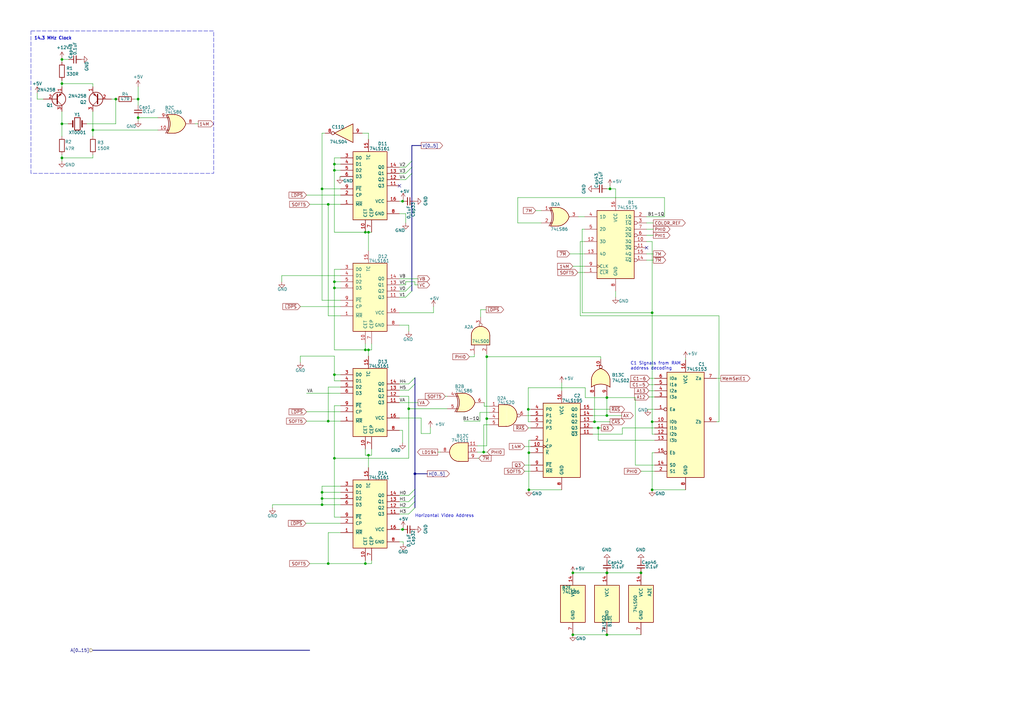
<source format=kicad_sch>
(kicad_sch (version 20230121) (generator eeschema)
  (paper "A3")
  (title_block (title "Apple II Schematic") (rev "0") (comment 1 "Captured from the Apple II Reference Manual (1979)") (comment 2 "Modified by reifsnyderb to Rev. 0 and compared w/Rev. 0 gerbers my M. Willegal."))
  (junction (at 25.4 24.384))
  (junction (at 199.644 171.704))
  (junction (at 216.662 167.894))
  (junction (at 151.13 186.69))
  (junction (at 165.1 82.55))
  (junction (at 267.462 172.974))
  (junction (at 250.19 77.47))
  (junction (at 137.16 153.67))
  (junction (at 167.64 167.64))
  (junction (at 149.86 231.14))
  (junction (at 25.4 50.8))
  (junction (at 198.374 185.42))
  (junction (at 165.1 217.17))
  (junction (at 248.92 163.068))
  (junction (at 137.16 187.96))
  (junction (at 245.364 175.514))
  (junction (at 38.1 53.34))
  (junction (at 132.08 77.47))
  (junction (at 134.62 83.82))
  (junction (at 149.86 95.25))
  (junction (at 248.92 234.95))
  (junction (at 248.92 260.35))
  (junction (at 248.92 170.434))
  (junction (at 137.16 67.31))
  (junction (at 234.95 260.35))
  (junction (at 151.13 95.25))
  (junction (at 134.62 231.14))
  (junction (at 132.08 207.01))
  (junction (at 234.95 234.95))
  (junction (at 132.08 201.93))
  (junction (at 149.86 143.51))
  (junction (at 262.89 234.95))
  (junction (at 243.84 172.974))
  (junction (at 132.08 204.47))
  (junction (at 137.16 118.11))
  (junction (at 216.916 185.674))
  (junction (at 151.13 143.51))
  (junction (at 56.642 40.64))
  (junction (at 25.4 64.77))
  (junction (at 248.9593 234.95))
  (junction (at 199.644 146.304))
  (junction (at 56.642 48.26))
  (junction (at 25.4 34.29))
  (junction (at 216.916 200.914))
  (junction (at 267.462 128.27))
  (junction (at 137.16 115.57))
  (junction (at 137.16 69.85))
  (junction (at 134.62 172.72))
  (junction (at 170.18 194.31))
  (junction (at 47.498 40.64))
  (junction (at 267.462 200.914))
  (no_connect (at 163.83 76.2))
  (no_connect (at 265.176 101.6))
  (bus_entry (at 166.37 73.66) (size 2.54 -2.54))
  (bus_entry (at 167.64 210.82) (size 2.54 -2.54))
  (bus_entry (at 170.18 154.94) (size -2.54 2.54))
  (bus_entry (at 166.37 68.58) (size 2.54 -2.54))
  (bus_entry (at 167.64 208.28) (size 2.54 -2.54))
  (bus_entry (at 166.37 119.38) (size 2.54 -2.54))
  (bus_entry (at 167.64 205.74) (size 2.54 -2.54))
  (bus_entry (at 170.18 157.48) (size -2.54 2.54))
  (bus_entry (at 168.91 68.58) (size -2.54 2.54))
  (bus_entry (at 167.64 203.2) (size 2.54 -2.54))
  (bus_entry (at 166.37 121.92) (size 2.54 -2.54))
  (wire (pts (xy 25.4 50.8) (xy 25.4 45.72)))
  (wire (pts (xy 230.378 200.914) (xy 216.916 200.914)))
  (wire (pts (xy 139.7 156.21) (xy 137.16 156.21)))
  (wire (pts (xy 137.16 69.85) (xy 137.16 95.25)))
  (wire (pts (xy 215.138 190.754) (xy 217.678 190.754)))
  (wire (pts (xy 237.236 88.9) (xy 239.776 88.9)))
  (wire (pts (xy 255.27 175.514) (xy 268.478 175.514)))
  (wire (pts (xy 196.85 169.164) (xy 196.85 172.72)))
  (bus (pts (xy 170.18 194.31) (xy 175.26 194.31)))
  (wire (pts (xy 139.446 72.644) (xy 139.446 72.39)))
  (wire (pts (xy 137.16 187.96) (xy 137.16 212.09)))
  (wire (pts (xy 134.62 172.72) (xy 139.7 172.72)))
  (wire (pts (xy 38.1 63.5) (xy 38.1 64.77)))
  (wire (pts (xy 248.92 162.56) (xy 248.92 163.068)))
  (wire (pts (xy 166.37 116.84) (xy 166.37 115.57)))
  (wire (pts (xy 212.344 81.026) (xy 212.344 91.44)))
  (wire (pts (xy 167.64 133.35) (xy 167.64 135.89)))
  (bus (pts (xy 38.1 266.7) (xy 127 266.7)))
  (wire (pts (xy 134.62 218.44) (xy 134.62 231.14)))
  (bus (pts (xy 168.91 59.69) (xy 168.91 66.04)))
  (wire (pts (xy 237.998 99.06) (xy 239.776 99.06)))
  (wire (pts (xy 265.684 167.894) (xy 268.478 167.894)))
  (wire (pts (xy 194.564 146.304) (xy 194.564 145.288)))
  (wire (pts (xy 172.72 171.45) (xy 172.72 177.8)))
  (wire (pts (xy 243.078 178.054) (xy 255.27 178.054)))
  (wire (pts (xy 163.83 162.56) (xy 167.64 162.56)))
  (bus (pts (xy 168.91 68.58) (xy 168.91 71.12)))
  (wire (pts (xy 25.4 23.876) (xy 25.4 24.384)))
  (wire (pts (xy 265.176 99.06) (xy 267.462 99.06)))
  (wire (pts (xy 139.7 199.39) (xy 132.08 199.39)))
  (wire (pts (xy 198.374 185.42) (xy 198.374 174.244)))
  (wire (pts (xy 125.73 80.01) (xy 139.7 80.01)))
  (wire (pts (xy 38.1 64.77) (xy 25.4 64.77)))
  (wire (pts (xy 163.83 71.12) (xy 166.37 71.12)))
  (wire (pts (xy 233.68 104.14) (xy 239.776 104.14)))
  (wire (pts (xy 38.1 53.34) (xy 38.1 55.88)))
  (wire (pts (xy 199.644 145.288) (xy 199.644 146.304)))
  (wire (pts (xy 125.73 161.29) (xy 139.7 161.29)))
  (wire (pts (xy 123.19 125.73) (xy 139.7 125.73)))
  (wire (pts (xy 267.462 99.06) (xy 267.462 128.27)))
  (wire (pts (xy 132.08 199.39) (xy 132.08 201.93)))
  (wire (pts (xy 265.176 96.52) (xy 267.97 96.52)))
  (bus (pts (xy 170.18 203.2) (xy 170.18 205.74)))
  (wire (pts (xy 266.446 155.194) (xy 268.478 155.194)))
  (wire (pts (xy 267.462 128.27) (xy 238.76 128.27)))
  (wire (pts (xy 15.24 40.64) (xy 17.78 40.64)))
  (wire (pts (xy 215.138 183.134) (xy 217.678 183.134)))
  (wire (pts (xy 216.916 185.674) (xy 217.678 185.674)))
  (wire (pts (xy 134.62 83.82) (xy 134.62 129.54)))
  (wire (pts (xy 267.462 200.914) (xy 281.178 200.914)))
  (wire (pts (xy 139.7 214.63) (xy 125.476 214.63)))
  (wire (pts (xy 163.83 121.92) (xy 166.37 121.92)))
  (wire (pts (xy 195.834 182.88) (xy 199.644 182.88)))
  (wire (pts (xy 151.13 186.69) (xy 149.86 186.69)))
  (wire (pts (xy 252.476 121.92) (xy 252.476 119.38)))
  (wire (pts (xy 127 83.82) (xy 134.62 83.82)))
  (wire (pts (xy 250.19 167.894) (xy 243.078 167.894)))
  (wire (pts (xy 137.16 110.49) (xy 137.16 115.57)))
  (wire (pts (xy 198.628 166.624) (xy 200.66 166.624)))
  (wire (pts (xy 132.08 54.61) (xy 133.35 54.61)))
  (wire (pts (xy 197.104 127) (xy 197.104 130.048)))
  (wire (pts (xy 215.138 193.294) (xy 217.678 193.294)))
  (wire (pts (xy 132.08 77.47) (xy 132.08 123.19)))
  (wire (pts (xy 246.38 146.304) (xy 246.38 147.32)))
  (wire (pts (xy 132.08 54.61) (xy 132.08 77.47)))
  (wire (pts (xy 215.9 170.434) (xy 217.678 170.434)))
  (wire (pts (xy 179.578 185.42) (xy 180.594 185.42)))
  (wire (pts (xy 177.8 128.27) (xy 177.8 125.73)))
  (wire (pts (xy 248.92 163.068) (xy 260.604 163.068)))
  (wire (pts (xy 165.354 217.17) (xy 165.354 216.408)))
  (wire (pts (xy 137.16 146.05) (xy 123.19 146.05)))
  (wire (pts (xy 248.92 77.4307) (xy 248.92 77.47)))
  (wire (pts (xy 25.4 34.29) (xy 25.4 35.56)))
  (wire (pts (xy 134.62 83.82) (xy 139.7 83.82)))
  (wire (pts (xy 151.13 95.25) (xy 152.4 95.25)))
  (wire (pts (xy 236.982 111.76) (xy 239.776 111.76)))
  (wire (pts (xy 137.16 153.67) (xy 137.16 146.05)))
  (wire (pts (xy 137.16 64.77) (xy 139.7 64.77)))
  (wire (pts (xy 219.71 86.36) (xy 221.996 86.36)))
  (bus (pts (xy 170.18 154.94) (xy 170.18 157.48)))
  (wire (pts (xy 170.18 115.57) (xy 170.18 116.84)))
  (wire (pts (xy 267.462 172.974) (xy 267.462 128.27)))
  (wire (pts (xy 137.16 67.31) (xy 139.7 67.31)))
  (wire (pts (xy 149.86 95.25) (xy 151.13 95.25)))
  (wire (pts (xy 56.642 43.18) (xy 56.642 40.64)))
  (wire (pts (xy 25.4 24.384) (xy 28.194 24.384)))
  (wire (pts (xy 243.078 172.974) (xy 243.84 172.974)))
  (wire (pts (xy 149.86 140.97) (xy 149.86 143.51)))
  (wire (pts (xy 217.678 180.594) (xy 216.916 180.594)))
  (wire (pts (xy 139.7 113.03) (xy 115.57 113.03)))
  (wire (pts (xy 137.16 166.37) (xy 139.7 166.37)))
  (wire (pts (xy 234.95 260.35) (xy 248.92 260.35)))
  (wire (pts (xy 238.76 93.98) (xy 239.776 93.98)))
  (wire (pts (xy 137.16 67.31) (xy 137.16 69.85)))
  (wire (pts (xy 200.66 169.164) (xy 196.85 169.164)))
  (wire (pts (xy 198.628 165.1) (xy 198.628 166.624)))
  (wire (pts (xy 199.644 171.704) (xy 200.66 171.704)))
  (wire (pts (xy 132.08 123.19) (xy 139.7 123.19)))
  (wire (pts (xy 281.178 146.812) (xy 281.178 147.574)))
  (wire (pts (xy 172.72 177.8) (xy 176.53 177.8)))
  (wire (pts (xy 248.9593 234.95) (xy 262.89 234.95)))
  (wire (pts (xy 166.37 87.63) (xy 163.83 87.63)))
  (wire (pts (xy 137.16 115.57) (xy 139.7 115.57)))
  (wire (pts (xy 163.83 128.27) (xy 177.8 128.27)))
  (wire (pts (xy 137.16 118.11) (xy 137.16 143.51)))
  (wire (pts (xy 243.078 175.514) (xy 245.364 175.514)))
  (wire (pts (xy 250.19 76.2) (xy 250.19 77.47)))
  (wire (pts (xy 245.364 175.514) (xy 245.364 180.594)))
  (wire (pts (xy 137.16 118.11) (xy 139.7 118.11)))
  (wire (pts (xy 151.13 191.77) (xy 151.13 186.69)))
  (wire (pts (xy 238.76 128.27) (xy 238.76 93.98)))
  (wire (pts (xy 64.77 53.34) (xy 38.1 53.34)))
  (wire (pts (xy 265.176 88.9) (xy 272.542 88.9)))
  (wire (pts (xy 152.4 143.51) (xy 151.13 143.51)))
  (wire (pts (xy 132.08 77.47) (xy 139.7 77.47)))
  (wire (pts (xy 294.894 129.54) (xy 237.998 129.54)))
  (wire (pts (xy 230.378 160.274) (xy 230.378 156.972)))
  (wire (pts (xy 248.92 163.068) (xy 248.92 170.434)))
  (wire (pts (xy 38.1 45.72) (xy 38.1 53.34)))
  (wire (pts (xy 80.01 50.8) (xy 81.28 50.8)))
  (wire (pts (xy 217.678 167.894) (xy 216.662 167.894)))
  (wire (pts (xy 123.19 146.05) (xy 123.19 148.59)))
  (wire (pts (xy 25.4 66.04) (xy 25.4 64.77)))
  (wire (pts (xy 199.644 146.304) (xy 199.644 171.704)))
  (wire (pts (xy 152.4 231.14) (xy 152.4 229.87)))
  (wire (pts (xy 167.64 167.64) (xy 167.64 187.96)))
  (bus (pts (xy 168.91 116.84) (xy 168.91 119.38)))
  (wire (pts (xy 27.94 50.8) (xy 25.4 50.8)))
  (wire (pts (xy 234.95 109.22) (xy 239.776 109.22)))
  (wire (pts (xy 125.73 168.91) (xy 139.7 168.91)))
  (wire (pts (xy 240.03 159.004) (xy 240.03 163.068)))
  (bus (pts (xy 168.91 71.12) (xy 168.91 116.84)))
  (wire (pts (xy 134.62 129.54) (xy 139.7 129.54)))
  (wire (pts (xy 265.176 106.68) (xy 267.97 106.68)))
  (wire (pts (xy 132.08 204.47) (xy 132.08 207.01)))
  (wire (pts (xy 163.83 73.66) (xy 166.37 73.66)))
  (wire (pts (xy 182.626 162.56) (xy 183.388 162.56)))
  (wire (pts (xy 260.604 190.754) (xy 268.478 190.754)))
  (wire (pts (xy 38.1 35.56) (xy 38.1 34.29)))
  (wire (pts (xy 267.462 172.974) (xy 268.478 172.974)))
  (wire (pts (xy 267.462 200.914) (xy 267.462 185.674)))
  (wire (pts (xy 216.662 167.894) (xy 216.662 172.974)))
  (wire (pts (xy 196.342 187.96) (xy 195.834 187.96)))
  (wire (pts (xy 111.76 207.01) (xy 111.76 208.28)))
  (wire (pts (xy 198.374 174.244) (xy 200.66 174.244)))
  (wire (pts (xy 199.644 146.304) (xy 246.38 146.304)))
  (wire (pts (xy 151.13 54.61) (xy 151.13 57.15)))
  (wire (pts (xy 134.62 158.75) (xy 139.7 158.75)))
  (wire (pts (xy 240.03 163.068) (xy 248.92 163.068)))
  (wire (pts (xy 152.4 140.97) (xy 152.4 143.51)))
  (wire (pts (xy 149.86 186.69) (xy 149.86 184.15)))
  (wire (pts (xy 165.1 217.17) (xy 165.354 217.17)))
  (wire (pts (xy 47.498 50.8) (xy 47.498 40.64)))
  (wire (pts (xy 137.16 64.77) (xy 137.16 67.31)))
  (wire (pts (xy 115.57 113.03) (xy 115.57 115.57)))
  (wire (pts (xy 295.656 155.194) (xy 293.878 155.194)))
  (wire (pts (xy 198.374 185.42) (xy 199.898 185.42)))
  (wire (pts (xy 139.446 72.39) (xy 139.7 72.39)))
  (wire (pts (xy 243.84 172.974) (xy 243.84 162.56)))
  (wire (pts (xy 134.62 218.44) (xy 139.7 218.44)))
  (wire (pts (xy 163.83 205.74) (xy 167.64 205.74)))
  (wire (pts (xy 127 231.14) (xy 134.62 231.14)))
  (bus (pts (xy 168.91 66.04) (xy 168.91 68.58)))
  (wire (pts (xy 163.83 157.48) (xy 167.64 157.48)))
  (wire (pts (xy 111.76 207.01) (xy 132.08 207.01)))
  (wire (pts (xy 255.27 178.054) (xy 255.27 175.514)))
  (wire (pts (xy 246.634 175.514) (xy 245.364 175.514)))
  (wire (pts (xy 163.83 203.2) (xy 167.64 203.2)))
  (wire (pts (xy 149.86 231.14) (xy 149.86 229.87)))
  (wire (pts (xy 15.24 38.1) (xy 15.24 40.64)))
  (wire (pts (xy 165.354 222.25) (xy 163.83 222.25)))
  (wire (pts (xy 163.83 68.58) (xy 166.37 68.58)))
  (wire (pts (xy 151.13 186.69) (xy 152.4 186.69)))
  (wire (pts (xy 234.95 234.95) (xy 248.92 234.95)))
  (wire (pts (xy 47.498 40.64) (xy 45.72 40.64)))
  (wire (pts (xy 170.18 116.84) (xy 171.45 116.84)))
  (wire (pts (xy 149.86 143.51) (xy 137.16 143.51)))
  (wire (pts (xy 250.19 77.47) (xy 252.476 77.47)))
  (wire (pts (xy 163.83 160.02) (xy 167.64 160.02)))
  (wire (pts (xy 139.7 201.93) (xy 132.08 201.93)))
  (wire (pts (xy 262.89 193.294) (xy 268.478 193.294)))
  (wire (pts (xy 167.64 162.56) (xy 167.64 167.64)))
  (wire (pts (xy 166.37 115.57) (xy 170.18 115.57)))
  (wire (pts (xy 265.176 104.14) (xy 267.97 104.14)))
  (wire (pts (xy 216.662 172.974) (xy 217.678 172.974)))
  (bus (pts (xy 170.18 194.31) (xy 170.18 200.66)))
  (wire (pts (xy 163.83 133.35) (xy 167.64 133.35)))
  (wire (pts (xy 165.354 82.55) (xy 165.354 81.788)))
  (bus (pts (xy 168.91 59.69) (xy 172.72 59.69)))
  (wire (pts (xy 272.542 81.026) (xy 212.344 81.026)))
  (wire (pts (xy 148.59 54.61) (xy 151.13 54.61)))
  (wire (pts (xy 137.16 187.96) (xy 167.64 187.96)))
  (wire (pts (xy 137.16 156.21) (xy 137.16 153.67)))
  (wire (pts (xy 245.364 180.594) (xy 268.478 180.594)))
  (wire (pts (xy 25.4 64.77) (xy 25.4 63.5)))
  (wire (pts (xy 183.388 167.64) (xy 167.64 167.64)))
  (bus (pts (xy 170.18 157.48) (xy 170.18 194.31)))
  (wire (pts (xy 199.39 127) (xy 197.104 127)))
  (wire (pts (xy 25.4 55.88) (xy 25.4 50.8)))
  (wire (pts (xy 137.16 153.67) (xy 139.7 153.67)))
  (wire (pts (xy 165.1 82.55) (xy 165.354 82.55)))
  (wire (pts (xy 151.13 95.25) (xy 151.13 102.87)))
  (wire (pts (xy 132.08 201.93) (xy 132.08 204.47)))
  (wire (pts (xy 243.078 170.434) (xy 248.92 170.434)))
  (wire (pts (xy 266.192 160.274) (xy 268.478 160.274)))
  (wire (pts (xy 137.16 166.37) (xy 137.16 187.96)))
  (wire (pts (xy 216.662 159.004) (xy 240.03 159.004)))
  (wire (pts (xy 166.37 91.44) (xy 166.37 87.63)))
  (wire (pts (xy 151.13 143.51) (xy 149.86 143.51)))
  (wire (pts (xy 267.462 178.054) (xy 267.462 172.974)))
  (wire (pts (xy 38.1 34.29) (xy 25.4 34.29)))
  (wire (pts (xy 125.73 172.72) (xy 134.62 172.72)))
  (wire (pts (xy 132.08 207.01) (xy 139.7 207.01)))
  (wire (pts (xy 216.662 175.514) (xy 217.678 175.514)))
  (wire (pts (xy 212.344 91.44) (xy 221.996 91.44)))
  (bus (pts (xy 170.18 200.66) (xy 170.18 203.2)))
  (wire (pts (xy 260.604 163.068) (xy 260.604 190.754)))
  (wire (pts (xy 163.83 208.28) (xy 167.64 208.28)))
  (wire (pts (xy 195.834 185.42) (xy 198.374 185.42)))
  (wire (pts (xy 163.83 176.53) (xy 165.1 176.53)))
  (wire (pts (xy 56.642 48.26) (xy 56.642 49.53)))
  (wire (pts (xy 248.9593 234.95) (xy 248.92 234.95)))
  (wire (pts (xy 266.192 157.734) (xy 268.478 157.734)))
  (wire (pts (xy 35.56 50.8) (xy 47.498 50.8)))
  (wire (pts (xy 139.7 110.49) (xy 137.16 110.49)))
  (wire (pts (xy 216.916 180.594) (xy 216.916 185.674)))
  (wire (pts (xy 248.92 77.47) (xy 250.19 77.47)))
  (wire (pts (xy 216.662 167.894) (xy 216.662 159.004)))
  (wire (pts (xy 293.878 172.974) (xy 294.894 172.974)))
  (wire (pts (xy 163.83 171.45) (xy 172.72 171.45)))
  (wire (pts (xy 165.354 223.012) (xy 165.354 222.25)))
  (wire (pts (xy 163.83 82.55) (xy 165.1 82.55)))
  (wire (pts (xy 192.532 146.304) (xy 194.564 146.304)))
  (wire (pts (xy 139.7 204.47) (xy 132.08 204.47)))
  (wire (pts (xy 163.83 165.1) (xy 171.45 165.1)))
  (wire (pts (xy 163.83 210.82) (xy 167.64 210.82)))
  (wire (pts (xy 25.4 33.02) (xy 25.4 34.29)))
  (wire (pts (xy 151.13 143.51) (xy 151.13 146.05)))
  (wire (pts (xy 56.642 40.64) (xy 55.118 40.64)))
  (wire (pts (xy 266.192 162.814) (xy 268.478 162.814)))
  (wire (pts (xy 255.016 170.434) (xy 248.92 170.434)))
  (wire (pts (xy 134.62 158.75) (xy 134.62 172.72)))
  (wire (pts (xy 149.86 231.14) (xy 152.4 231.14)))
  (wire (pts (xy 237.998 129.54) (xy 237.998 99.06)))
  (wire (pts (xy 64.77 48.26) (xy 56.642 48.26)))
  (wire (pts (xy 252.476 77.47) (xy 252.476 81.28)))
  (wire (pts (xy 216.916 200.914) (xy 216.916 185.674)))
  (wire (pts (xy 137.16 212.09) (xy 139.7 212.09)))
  (wire (pts (xy 199.644 182.88) (xy 199.644 171.704)))
  (wire (pts (xy 165.1 176.53) (xy 165.1 181.61)))
  (wire (pts (xy 190.246 172.72) (xy 196.85 172.72)))
  (wire (pts (xy 265.176 91.44) (xy 267.97 91.44)))
  (wire (pts (xy 248.92 260.35) (xy 262.89 260.35)))
  (wire (pts (xy 163.83 114.3) (xy 171.45 114.3)))
  (wire (pts (xy 25.4 24.384) (xy 25.4 25.4)))
  (wire (pts (xy 176.53 177.8) (xy 176.53 175.26)))
  (wire (pts (xy 134.62 231.14) (xy 149.86 231.14)))
  (wire (pts (xy 272.542 88.9) (xy 272.542 81.026)))
  (wire (pts (xy 137.16 115.57) (xy 137.16 118.11)))
  (wire (pts (xy 294.894 172.974) (xy 294.894 129.54)))
  (wire (pts (xy 268.478 178.054) (xy 267.462 178.054)))
  (wire (pts (xy 152.4 186.69) (xy 152.4 184.15)))
  (wire (pts (xy 56.642 35.56) (xy 56.642 40.64)))
  (wire (pts (xy 163.83 119.38) (xy 166.37 119.38)))
  (wire (pts (xy 163.83 217.17) (xy 165.1 217.17)))
  (bus (pts (xy 170.18 205.74) (xy 170.18 208.28)))
  (wire (pts (xy 137.16 69.85) (xy 139.7 69.85)))
  (wire (pts (xy 163.83 116.84) (xy 166.37 116.84)))
  (wire (pts (xy 137.16 95.25) (xy 149.86 95.25)))
  (wire (pts (xy 265.176 93.98) (xy 267.97 93.98)))
  (wire (pts (xy 243.84 172.974) (xy 250.19 172.974)))
  (wire (pts (xy 267.462 185.674) (xy 268.478 185.674)))
  (rectangle (start 12.7 12.7) (end 87.63 71.12) (stroke (width 0) (type dash)))
  (text "Horizontal Video Address" (at 170.18 212.344 0) (effects (font (size 1.27 1.27)) (justify left bottom)))
  (text "14.3 MHz Clock" (at 13.97 16.51 0) (effects (font (size 1.27 1.27) bold) (justify left bottom)))
  (text "C1 Signals from RAM\naddress decoding" (at 258.572 151.892 0) (effects (font (size 1.27 1.27)) (justify left bottom)))
  (label "H0" (at 163.83 203.2 0))
  (label "VB" (at 163.83 114.3 0))
  (label "H5" (at 163.83 160.02 0))
  (label "B1-1Q" (at 196.596 172.72 180))
  (label "V4" (at 163.83 73.66 0))
  (label "V3" (at 163.83 71.12 0))
  (label "H2" (at 163.83 208.28 0))
  (label "VA" (at 128.27 161.29 180))
  (label "VA" (at 163.83 165.1 0))
  (label "V1" (at 163.83 121.92 0))
  (label "V0" (at 163.83 119.38 0))
  (label "V2" (at 163.83 68.58 0))
  (label "VC" (at 163.83 116.84 0))
  (label "H3" (at 163.83 210.82 0))
  (label "H1" (at 163.83 205.74 0))
  (label "H4" (at 163.83 157.48 0))
  (label "B1-1Q" (at 265.684 88.9 0))
  (global_label "~{RAS}" (shape input) (at 216.662 175.514 180) (property "Intersheetrefs" "${INTERSHEET_REFS}" (effects hide)))
  (global_label "SOFT5" (shape input) (at 125.73 172.72 180) (property "Intersheetrefs" "${INTERSHEET_REFS}" (effects hide)))
  (global_label "PHI0" (shape input) (at 199.898 185.42 0) (property "Intersheetrefs" "${INTERSHEET_REFS}" (effects hide)))
  (global_label "C1-5" (shape input) (at 266.192 157.734 180) (property "Intersheetrefs" "${INTERSHEET_REFS}" (effects hide)))
  (global_label "~{LDPS}" (shape input) (at 125.476 214.63 180) (property "Intersheetrefs" "${INTERSHEET_REFS}" (effects hide)))
  (global_label "AX" (shape output) (at 255.016 170.434 0) (property "Intersheetrefs" "${INTERSHEET_REFS}" (effects hide)))
  (global_label "LD194" (shape output) (at 179.578 185.42 180) (property "Intersheetrefs" "${INTERSHEET_REFS}" (effects hide)))
  (global_label "~{LDPS}" (shape output) (at 199.39 127 0) (property "Intersheetrefs" "${INTERSHEET_REFS}" (effects hide)))
  (global_label "14M" (shape input) (at 215.138 183.134 180) (property "Intersheetrefs" "${INTERSHEET_REFS}" (effects hide)))
  (global_label "Q3" (shape output) (at 246.634 175.514 0) (property "Intersheetrefs" "${INTERSHEET_REFS}" (effects hide)))
  (global_label "14M" (shape output) (at 81.28 50.8 0) (property "Intersheetrefs" "${INTERSHEET_REFS}" (effects hide)))
  (global_label "VC" (shape output) (at 171.45 116.84 0) (property "Intersheetrefs" "${INTERSHEET_REFS}" (effects hide)))
  (global_label "~{7M}" (shape output) (at 267.97 106.68 0) (property "Intersheetrefs" "${INTERSHEET_REFS}" (effects hide)))
  (global_label "SOFT5" (shape input) (at 127 231.14 180) (property "Intersheetrefs" "${INTERSHEET_REFS}" (effects hide)))
  (global_label "MemSelE1" (shape output) (at 295.656 155.194 0) (property "Intersheetrefs" "${INTERSHEET_REFS}" (effects hide)))
  (global_label "VA" (shape output) (at 171.45 165.1 0) (property "Intersheetrefs" "${INTERSHEET_REFS}" (effects hide)))
  (global_label "~{RAS}" (shape output) (at 250.19 167.894 0) (property "Intersheetrefs" "${INTERSHEET_REFS}" (effects hide)))
  (global_label "SOFT5" (shape input) (at 236.982 111.76 180) (property "Intersheetrefs" "${INTERSHEET_REFS}" (effects hide)))
  (global_label "~{7M}" (shape input) (at 196.342 187.96 0) (property "Intersheetrefs" "${INTERSHEET_REFS}" (effects hide)))
  (global_label "PHI0" (shape input) (at 192.532 146.304 180) (property "Intersheetrefs" "${INTERSHEET_REFS}" (effects hide)))
  (global_label "Q3" (shape input) (at 215.138 190.754 180) (property "Intersheetrefs" "${INTERSHEET_REFS}" (effects hide)))
  (global_label "COLOR_REF" (shape output) (at 267.97 91.44 0) (property "Intersheetrefs" "${INTERSHEET_REFS}" (effects hide)))
  (global_label "7M" (shape input) (at 219.71 86.36 180) (property "Intersheetrefs" "${INTERSHEET_REFS}" (effects hide)))
  (global_label "~{CAS}" (shape output) (at 250.19 172.974 0) (property "Intersheetrefs" "${INTERSHEET_REFS}" (effects hide)))
  (global_label "PHI0" (shape output) (at 267.97 93.98 0) (property "Intersheetrefs" "${INTERSHEET_REFS}" (effects hide)))
  (global_label "H[0..5]" (shape output) (at 175.26 194.31 0) (property "Intersheetrefs" "${INTERSHEET_REFS}" (effects hide)))
  (global_label "~{LDPS}" (shape input) (at 125.73 80.01 180) (property "Intersheetrefs" "${INTERSHEET_REFS}" (effects hide)))
  (global_label "SOFT5" (shape input) (at 182.626 162.56 180) (property "Intersheetrefs" "${INTERSHEET_REFS}" (effects hide)))
  (global_label "14M" (shape input) (at 234.95 109.22 180) (property "Intersheetrefs" "${INTERSHEET_REFS}" (effects hide)))
  (global_label "7M" (shape output) (at 267.97 104.14 0) (property "Intersheetrefs" "${INTERSHEET_REFS}" (effects hide)))
  (global_label "A13" (shape input) (at 266.192 160.274 180) (property "Intersheetrefs" "${INTERSHEET_REFS}" (effects hide)))
  (global_label "~{LDPS}" (shape input) (at 125.73 168.91 180) (property "Intersheetrefs" "${INTERSHEET_REFS}" (effects hide)))
  (global_label "~{7M}" (shape input) (at 233.68 104.14 180) (property "Intersheetrefs" "${INTERSHEET_REFS}" (effects hide)))
  (global_label "V[0..5]" (shape output) (at 172.72 59.69 0) (property "Intersheetrefs" "${INTERSHEET_REFS}" (effects hide)))
  (global_label "VB" (shape output) (at 171.45 114.3 0) (property "Intersheetrefs" "${INTERSHEET_REFS}" (effects hide)))
  (global_label "C1-6" (shape input) (at 266.446 155.194 180) (property "Intersheetrefs" "${INTERSHEET_REFS}" (effects hide)))
  (global_label "SOFT5" (shape input) (at 215.138 193.294 180) (property "Intersheetrefs" "${INTERSHEET_REFS}" (effects hide)))
  (global_label "PHI1" (shape output) (at 267.97 96.52 0) (property "Intersheetrefs" "${INTERSHEET_REFS}" (effects hide)))
  (global_label "A12" (shape input) (at 266.192 162.814 180) (property "Intersheetrefs" "${INTERSHEET_REFS}" (effects hide)))
  (global_label "~{LDPS}" (shape input) (at 123.19 125.73 180) (property "Intersheetrefs" "${INTERSHEET_REFS}" (effects hide)))
  (global_label "SOFT5" (shape input) (at 127 83.82 180) (property "Intersheetrefs" "${INTERSHEET_REFS}" (effects hide)))
  (global_label "PHI0" (shape input) (at 262.89 193.294 180) (property "Intersheetrefs" "${INTERSHEET_REFS}" (effects hide)))
  (hierarchical_label "A[0..15]" (shape input) (at 38.1 266.7 180))
  (symbol (lib_id "AppleII+:74LS161") (at 152.4 77.47 0) (unit 1)
    (property "Reference" "D11" (at 156.972 58.928 0))
    (property "Value" "74LS161" (at 155.702 60.96 0))
    (property "Footprint" "Package_DIP:DIP-16_W7.62mm" (effects hide))
    (property "Datasheet" "http://www.ti.com/lit/gpn/sn74LS161" (effects hide))
  )
  (symbol (lib_id "AppleII+:74LS161") (at 152.4 123.19 0) (unit 1)
    (property "Reference" "D12" (at 156.972 105.156 0))
    (property "Value" "74LS161" (at 155.448 106.934 0))
    (property "Footprint" "Package_DIP:DIP-16_W7.62mm" (effects hide))
    (property "Datasheet" "http://www.ti.com/lit/gpn/sn74LS161" (effects hide))
  )
  (symbol (lib_id "Device:R") (at 25.4 29.21 0) (unit 1)
    (property "Reference" "R1" (at 27.178 28.0416 0) (effects (justify left)))
    (property "Value" "330R" (at 27.178 30.353 0) (effects (justify left)))
    (property "Footprint" "Resistor_THT:R_Axial_DIN0207_L6.3mm_D2.5mm_P10.16mm_Horizontal" (effects hide))
  )
  (symbol (lib_id "Device:R") (at 25.4 59.69 0) (unit 1)
    (property "Reference" "R2" (at 26.67 58.166 0) (effects (justify left)))
    (property "Value" "47R" (at 26.67 60.96 0) (effects (justify left)))
    (property "Footprint" "Resistor_THT:R_Axial_DIN0207_L6.3mm_D2.5mm_P10.16mm_Horizontal" (effects hide))
  )
  (symbol (lib_id "Device:R") (at 38.1 59.69 0) (unit 1)
    (property "Reference" "R3" (at 39.878 58.5216 0) (effects (justify left)))
    (property "Value" "150R" (at 39.878 60.833 0) (effects (justify left)))
    (property "Footprint" "Resistor_THT:R_Axial_DIN0207_L6.3mm_D2.5mm_P10.16mm_Horizontal" (effects hide))
  )
  (symbol (lib_id "Device:R") (at 51.308 40.64 270) (unit 1)
    (property "Reference" "R4" (at 51.308 38.608 90))
    (property "Value" "47R" (at 51.308 40.64 90))
    (property "Footprint" "Resistor_THT:R_Axial_DIN0207_L6.3mm_D2.5mm_P10.16mm_Horizontal" (effects hide))
  )
  (symbol (lib_id "Device:C_Small") (at 56.642 45.72 0) (unit 1)
    (property "Reference" "Cap1" (at 56.896 43.942 0) (effects (justify left)))
    (property "Value" "0.1uF" (at 58.42 45.72 0) (effects (justify left)))
    (property "Footprint" "Capacitor_THT:C_Disc_D5.0mm_W2.5mm_P5.00mm" (effects hide))
  )
  (symbol (lib_id "Device:Crystal") (at 31.75 50.8 0) (unit 1)
    (property "Reference" "Y1" (at 31.75 46.99 0))
    (property "Value" "XT0001" (at 31.75 54.356 0))
    (property "Footprint" "Crystal:Crystal_HC18-U_Vertical" (effects hide))
  )
  (symbol (lib_id "power:GND") (at 166.37 91.44 0) (unit 1)
    (property "Reference" "#PWR0238" (effects hide))
    (property "Value" "GND" (at 164.084 94.488 0))
  )
  (symbol (lib_id "power:GND") (at 25.4 66.04 0) (unit 1)
    (property "Reference" "#PWR0247" (effects hide))
    (property "Value" "GND" (at 28.702 67.564 0))
  )
  (symbol (lib_id "power:+5V") (at 15.24 38.1 0) (unit 1)
    (property "Reference" "#PWR0248" (effects hide))
    (property "Value" "+5V" (at 15.24 34.29 0))
  )
  (symbol (lib_id "power:+5V") (at 165.354 81.788 0) (unit 1)
    (property "Reference" "#PWR0239" (effects hide))
    (property "Value" "+5V" (at 165.862 78.486 0))
  )
  (symbol (lib_id "power:+5V") (at 56.642 35.56 0) (unit 1)
    (property "Reference" "#PWR0249" (effects hide))
    (property "Value" "+5V" (at 56.642 31.496 0))
  )
  (symbol (lib_id "AppleII+:74LS161") (at 152.4 166.37 0) (unit 1)
    (property "Reference" "D13" (at 156.972 148.336 0))
    (property "Value" "74LS161" (at 155.448 150.114 0))
    (property "Footprint" "Package_DIP:DIP-16_W7.62mm" (effects hide))
    (property "Datasheet" "http://www.ti.com/lit/gpn/sn74LS161" (effects hide))
  )
  (symbol (lib_id "AppleII+:74LS161") (at 152.4 212.09 0) (unit 1)
    (property "Reference" "D14" (at 156.972 194.056 0))
    (property "Value" "74LS161" (at 155.448 195.834 0))
    (property "Footprint" "Package_DIP:DIP-16_W7.62mm" (effects hide))
    (property "Datasheet" "http://www.ti.com/lit/gpn/sn74LS161" (effects hide))
  )
  (symbol (lib_id "power:GND") (at 165.1 181.61 0) (unit 1)
    (property "Reference" "#PWR0240" (effects hide))
    (property "Value" "GND" (at 162.306 184.658 0))
  )
  (symbol (lib_id "power:GND") (at 167.64 135.89 0) (unit 1)
    (property "Reference" "#PWR0241" (effects hide))
    (property "Value" "GND" (at 167.386 139.192 0))
  )
  (symbol (lib_id "power:+12V") (at 25.4 23.876 0) (unit 1)
    (property "Reference" "#PWR0250" (effects hide))
    (property "Value" "+12V" (at 25.781 19.4818 0))
  )
  (symbol (lib_id "power:+5V") (at 177.8 125.73 0) (unit 1)
    (property "Reference" "#PWR0242" (effects hide))
    (property "Value" "+5V" (at 178.054 122.428 0))
  )
  (symbol (lib_id "power:+5V") (at 176.53 175.26 0) (unit 1)
    (property "Reference" "#PWR0243" (effects hide))
    (property "Value" "+5V" (at 180.34 173.99 0))
  )
  (symbol (lib_id "power:+5V") (at 165.354 216.408 0) (unit 1)
    (property "Reference" "#PWR0244" (effects hide))
    (property "Value" "+5V" (at 165.354 212.852 0))
  )
  (symbol (lib_id "power:GND") (at 56.642 49.53 0) (unit 1)
    (property "Reference" "#PWR0251" (effects hide))
    (property "Value" "GND" (at 53.848 51.816 0))
  )
  (symbol (lib_id "power:GND") (at 165.354 223.012 0) (unit 1)
    (property "Reference" "#PWR0245" (effects hide))
    (property "Value" "GND" (at 165.354 226.314 0))
  )
  (symbol (lib_id "power:GND") (at 139.446 72.644 0) (unit 1)
    (property "Reference" "#PWR0246" (effects hide))
    (property "Value" "GND" (at 142.748 74.168 0))
  )
  (symbol (lib_id "74xx:74LS04") (at 140.97 54.61 180) (unit 4)
    (property "Reference" "C11" (at 141.224 52.07 0) (effects (justify left)))
    (property "Value" "74LS04" (at 142.494 58.166 0) (effects (justify left)))
    (property "Footprint" "Package_DIP:DIP-14_W7.62mm" (effects hide))
    (property "Datasheet" "http://www.ti.com/lit/gpn/sn74LS04" (effects hide))
  )
  (symbol (lib_id "74xx:74LS195") (at 230.378 180.594 0) (unit 1)
    (property "Reference" "C2" (at 236.728 162.306 0))
    (property "Value" "74LS195" (at 234.696 164.338 0))
    (property "Footprint" "Package_DIP:DIP-16_W7.62mm" (effects hide))
    (property "Datasheet" "http://www.ti.com/lit/gpn/sn74LS195" (effects hide))
  )
  (symbol (lib_id "74xx:74LS153") (at 281.178 172.974 0) (unit 1)
    (property "Reference" "C1" (at 287.782 149.352 0))
    (property "Value" "74LS153" (at 285.75 151.384 0))
    (property "Footprint" "Package_DIP:DIP-16_W7.62mm" (effects hide))
    (property "Datasheet" "http://www.ti.com/lit/gpn/sn74LS153" (effects hide))
  )
  (symbol (lib_id "74xx:74LS86") (at 72.39 50.8 0) (unit 3)
    (property "Reference" "B2" (at 69.596 44.196 0))
    (property "Value" "74LS86" (at 71.12 45.974 0))
    (property "Footprint" "Package_DIP:DIP-14_W7.62mm" (effects hide))
    (property "Datasheet" "74xx/74ls86.pdf" (effects hide))
  )
  (symbol (lib_id "74xx:74LS86") (at 229.616 88.9 0) (unit 1)
    (property "Reference" "B2" (at 227.838 83.82 0))
    (property "Value" "74LS86" (at 229.362 93.98 0))
    (property "Footprint" "Package_DIP:DIP-14_W7.62mm" (effects hide))
    (property "Datasheet" "74xx/74ls86.pdf" (effects hide))
  )
  (symbol (lib_id "74xx:74LS86") (at 191.008 165.1 0) (unit 2)
    (property "Reference" "B2" (at 188.468 158.496 0))
    (property "Value" "74LS86" (at 190.246 160.274 0))
    (property "Footprint" "Package_DIP:DIP-14_W7.62mm" (effects hide))
    (property "Datasheet" "74xx/74ls86.pdf" (effects hide))
  )
  (symbol (lib_id "74xx:74LS00") (at 197.104 137.668 90) (unit 1)
    (property "Reference" "A2" (at 192.278 134.112 90))
    (property "Value" "74LS00" (at 197.104 139.954 90))
    (property "Footprint" "Package_DIP:DIP-14_W7.62mm" (effects hide))
    (property "Datasheet" "http://www.ti.com/lit/gpn/sn74ls00" (effects hide))
  )
  (symbol (lib_id "AppleII+:74LS175") (at 252.476 99.06 0) (unit 1)
    (property "Reference" "B1" (at 258.826 83.058 0))
    (property "Value" "74LS175" (at 257.302 85.09 0))
    (property "Footprint" "Package_DIP:DIP-16_W7.62mm" (effects hide))
    (property "Datasheet" "http://www.ti.com/lit/gpn/sn74LS175" (effects hide))
  )
  (symbol (lib_id "74xx:74LS11") (at 188.214 185.42 180) (unit 3)
    (property "Reference" "B12" (at 189.738 178.816 0))
    (property "Value" "74LS11" (at 188.722 180.594 0))
    (property "Footprint" "Package_DIP:DIP-14_W7.62mm" (effects hide))
    (property "Datasheet" "http://www.ti.com/lit/gpn/sn74LS11" (effects hide))
  )
  (symbol (lib_id "74xx:74LS02") (at 246.38 154.94 90) (unit 3)
    (property "Reference" "B13" (at 250.952 153.7716 90) (effects (justify right)))
    (property "Value" "74LS02" (at 250.952 156.083 90) (effects (justify right)))
    (property "Footprint" "Package_DIP:DIP-14_W7.62mm" (effects hide))
    (property "Datasheet" "http://www.ti.com/lit/gpn/sn74ls02" (effects hide))
  )
  (symbol (lib_id "74xx:74LS20") (at 208.28 170.434 0) (unit 1)
    (property "Reference" "D2" (at 205.74 163.322 0))
    (property "Value" "74LS20" (at 207.518 165.1 0))
    (property "Footprint" "Package_DIP:DIP-14_W7.62mm" (effects hide))
    (property "Datasheet" "http://www.ti.com/lit/gpn/sn74LS20" (effects hide))
  )
  (symbol (lib_id "power:+5V") (at 250.19 76.2 0) (unit 1)
    (property "Reference" "#PWR0256" (effects hide))
    (property "Value" "+5V" (at 252.984 74.422 0))
  )
  (symbol (lib_id "power:GND") (at 252.476 121.92 0) (unit 1)
    (property "Reference" "#PWR0257" (effects hide))
    (property "Value" "GND" (at 255.778 123.444 0))
  )
  (symbol (lib_id "power:GND") (at 267.462 200.914 0) (unit 1)
    (property "Reference" "#PWR0258" (effects hide))
    (property "Value" "GND" (at 270.764 202.438 0))
  )
  (symbol (lib_id "power:+5V") (at 281.178 146.812 0) (unit 1)
    (property "Reference" "#PWR0259" (effects hide))
    (property "Value" "+5V" (at 283.972 145.034 0))
  )
  (symbol (lib_id "power:GND") (at 115.57 115.57 0) (unit 1)
    (property "Reference" "#PWR0260" (effects hide))
    (property "Value" "GND" (at 115.824 118.618 0))
  )
  (symbol (lib_id "power:GND") (at 123.19 148.59 0) (unit 1)
    (property "Reference" "#PWR0261" (effects hide))
    (property "Value" "GND" (at 123.19 151.892 0))
  )
  (symbol (lib_id "power:GND") (at 111.76 208.28 0) (unit 1)
    (property "Reference" "#PWR0262" (effects hide))
    (property "Value" "GND" (at 111.76 211.582 0))
  )
  (symbol (lib_id "power:+5V") (at 230.378 156.972 0) (unit 1)
    (property "Reference" "#PWR0254" (effects hide))
    (property "Value" "+5V" (at 233.172 155.194 0))
  )
  (symbol (lib_id "power:GND") (at 216.916 200.914 0) (unit 1)
    (property "Reference" "#PWR0255" (effects hide))
    (property "Value" "GND" (at 220.218 202.438 0))
  )
  (symbol (lib_id "power:GND") (at 265.684 167.894 0) (unit 1)
    (property "Reference" "#PWR0263" (effects hide))
    (property "Value" "GND" (at 263.652 168.148 0))
  )
  (symbol (lib_id "Device:C_Small") (at 246.38 77.4307 90) (unit 1)
    (property "Reference" "Cap43" (at 244.602 77.1767 0) (effects (justify left)))
    (property "Value" "0.1uF" (at 246.38 75.6527 0) (effects (justify left)))
    (property "Footprint" "Capacitor_THT:C_Disc_D5.0mm_W2.5mm_P5.00mm" (effects hide))
  )
  (symbol (lib_id "Device:C_Small") (at 262.89 232.41 0) (unit 1)
    (property "Reference" "Cap46" (at 263.144 230.632 0) (effects (justify left)))
    (property "Value" "0.1uF" (at 264.668 232.41 0) (effects (justify left)))
    (property "Footprint" "Apple-II:C_Disc_D5.0mm_W2.5mm_P5.00mm" (effects hide))
  )
  (symbol (lib_id "Device:C_Small") (at 167.64 82.55 270) (unit 1)
    (property "Reference" "Cap33" (at 169.418 82.804 0) (effects (justify left)))
    (property "Value" "0.1uF" (at 167.64 84.328 0) (effects (justify left)))
    (property "Footprint" "Capacitor_THT:C_Disc_D5.0mm_W2.5mm_P5.00mm" (effects hide))
  )
  (symbol (lib_id "Device:Q_PNP_EBC") (at 40.64 40.64 180) (unit 1)
    (property "Reference" "Q2" (at 35.56 41.91 0) (effects (justify left)))
    (property "Value" "2N4258" (at 35.56 39.37 0) (effects (justify left)))
    (property "Footprint" "Package_TO_SOT_THT:TO-18-3" (effects hide))
    (property "DigiKey" "2N4208-ND" (effects hide))
    (property "Alt" "2N4208" (effects hide))
  )
  (symbol (lib_id "power:GND") (at 33.274 24.384 90) (unit 1)
    (property "Reference" "#PWR054" (effects hide))
    (property "Value" "GND" (at 35.56 27.178 0))
  )
  (symbol (lib_id "74xx:74LS02") (at 248.92 247.65 0) (unit 5)
    (property "Reference" "B13" (at 250.0884 252.222 90) (effects (justify right)))
    (property "Value" "74LS02" (at 247.777 252.222 90) (effects (justify right)))
    (property "Footprint" "Package_DIP:DIP-14_W7.62mm" (effects hide))
    (property "Datasheet" "http://www.ti.com/lit/gpn/sn74ls02" (effects hide))
  )
  (symbol (lib_id "Device:C_Small") (at 30.734 24.384 90) (unit 1)
    (property "Reference" "Cap48" (at 28.956 24.13 0) (effects (justify left)))
    (property "Value" "0.1uF" (at 30.734 22.606 0) (effects (justify left)))
    (property "Footprint" "Capacitor_THT:C_Disc_D5.0mm_W2.5mm_P5.00mm" (effects hide))
  )
  (symbol (lib_id "74xx:74LS86") (at 234.95 247.65 0) (unit 5)
    (property "Reference" "B2" (at 232.41 241.046 0))
    (property "Value" "74LS86" (at 234.188 242.824 0))
    (property "Footprint" "Package_DIP:DIP-14_W7.62mm" (effects hide))
    (property "Datasheet" "74xx/74ls86.pdf" (effects hide))
  )
  (symbol (lib_id "power:GND") (at 234.95 260.35 0) (unit 1)
    (property "Reference" "#PWR045" (effects hide))
    (property "Value" "GND" (at 238.252 261.874 0))
  )
  (symbol (lib_id "power:GND") (at 170.18 217.17 90) (unit 1)
    (property "Reference" "#PWR031" (effects hide))
    (property "Value" "GND" (at 174.5742 217.043 0))
  )
  (symbol (lib_id "power:+5V") (at 234.95 234.95 0) (unit 1)
    (property "Reference" "#PWR044" (effects hide))
    (property "Value" "+5V" (at 237.744 233.172 0))
  )
  (symbol (lib_id "Device:C_Small") (at 167.64 217.17 270) (unit 1)
    (property "Reference" "Cap32" (at 169.418 217.424 0) (effects (justify left)))
    (property "Value" "0.1uF" (at 167.64 218.948 0) (effects (justify left)))
    (property "Footprint" "Capacitor_THT:C_Disc_D5.0mm_W2.5mm_P5.00mm" (effects hide))
  )
  (symbol (lib_id "Device:Q_PNP_EBC") (at 22.86 40.64 0) (mirror x) (unit 1)
    (property "Reference" "Q1" (at 19.05 43.18 0) (effects (justify left)))
    (property "Value" "2N4258" (at 15.24 36.83 0) (effects (justify left)))
    (property "Footprint" "Package_TO_SOT_THT:TO-18-3" (effects hide))
    (property "DigiKey" "2N4208-ND" (effects hide))
    (property "Alt" "2N4208" (effects hide))
  )
  (symbol (lib_id "power:GND") (at 243.84 77.4307 270) (unit 1)
    (property "Reference" "#PWR047" (effects hide))
    (property "Value" "GND" (at 239.4458 77.5577 0))
  )
  (symbol (lib_id "Device:C_Small") (at 248.9593 232.41 0) (unit 1)
    (property "Reference" "Cap42" (at 249.2133 230.632 0) (effects (justify left)))
    (property "Value" "0.1uF" (at 250.7373 232.41 0) (effects (justify left)))
    (property "Footprint" "Capacitor_THT:C_Disc_D5.0mm_W2.5mm_P5.00mm" (effects hide))
  )
  (symbol (lib_id "power:GND") (at 262.89 229.87 180) (unit 1)
    (property "Reference" "#PWR050" (effects hide))
    (property "Value" "GND" (at 262.763 225.4758 0))
  )
  (symbol (lib_id "power:GND") (at 248.9593 229.87 180) (unit 1)
    (property "Reference" "#PWR046" (effects hide))
    (property "Value" "GND" (at 248.8323 225.4758 0))
  )
  (symbol (lib_id "power:GND") (at 170.18 82.55 90) (unit 1)
    (property "Reference" "#PWR032" (effects hide))
    (property "Value" "GND" (at 174.5742 82.423 0))
  )
  (symbol (lib_id "74xx:74LS00") (at 262.89 247.65 0) (unit 5)
    (property "Reference" "A2" (at 266.446 242.824 90))
    (property "Value" "74LS00" (at 260.604 247.65 90))
    (property "Footprint" "Package_DIP:DIP-14_W7.62mm" (effects hide))
    (property "Datasheet" "http://www.ti.com/lit/gpn/sn74ls00" (effects hide))
  )
)
</source>
